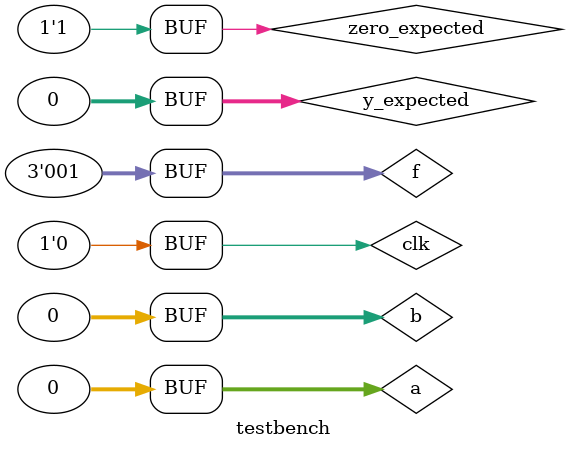
<source format=sv>
module testbench();

  logic clk;
  logic [31:0] a, b, y, y_expected;
  logic [2:0]  f;
  logic        zero, zero_expected;

  logic [31:0] vectornum, errors;
  logic [103:0] testvectors[10000:0];

  // instantiate device under test
  alu dut(a, b, f, y, zero);

  // generate clock
  always begin
    clk = 1; #50; clk = 0; #50;
  end

  // at start of test, load vectors
  initial begin
  // 1
   	#100
	f = 'h2;
	a = 'h00000000;
	b = 'h00000000;
	y_expected = 'h00000000;
	zero_expected = 'h1;
	
	// 2
	#100
	f = 'h2;
	a = 'h00000000;
	b = 'hFFFFFFFF;
	y_expected = 'hFFFFFFFF;
	zero_expected = 'h0;
	
  //3
	#100
	f = 'h2;
	a = 'h00000001;
	b = 'hFFFFFFFF;
	y_expected = 'h00000000;
	zero_expected = 'h1;
	
	//4
	#100
	f = 'h2;
	a = 'h000000FF;
	b = 'h00000001;
	y_expected = 'h00000100;
	zero_expected = 'h0;
	
	//5
	#100
	f = 'h6;
	a = 'h00000000;
	b = 'h00000000;
	y_expected = 'h00000000;
	zero_expected = 'h1;
	
	//6
	#100
	f = 'h6;
	a = 'h00000000;
	b = 'hFFFFFFFF;
	y_expected = 'h00000001;
	zero_expected = 'h0;
	
	//7
	#100
	f = 'h6;
	a = 'h00000001;
	b = 'h00000001;
	y_expected = 'h00000000;
	zero_expected = 'h1;	
	
	//8
	#100
	f = 'h6;
	a = 'h00000100;
	b = 'h00000001;
	y_expected = 'h000000FF;
	zero_expected = 'h0;	
	
	//9
  #100
	f = 'h7;
	a = 'h00000000;
	b = 'h00000000;
	y_expected = 'h00000000;
	zero_expected = 'h1;	
	
	//10
  #100
	f = 'h7;
	a = 'h00000000;
	b = 'h00000001;
	y_expected = 'h00000000;
	zero_expected = 'h1;	
	
	//11
  #100
	f = 'h7;
	a = 'h00000000;
	b = 'hFFFFFFFF;
	y_expected = 'h00000000;
	zero_expected = 'h1;	
	
	//12
  #100
	f = 'h7;
	a = 'h00000001;
	b = 'h00000000;
	y_expected = 'h00000001;
	zero_expected = 'h0;	
  
  //13
	#100
	f = 'h7;
	a = 'hFFFFFFFF;
	b = 'h00000000;
	y_expected = 'hFFFFFFFF;
	zero_expected = 'h0;	
	
	//14
	
	#100
	f = 'h0;
	a = 'hFFFFFFFF;
	b = 'hFFFFFFFF;
	y_expected = 'hFFFFFFFF;
	zero_expected = 'h0;
	
	//15
	#100
	f = 'h0;
	a = 'hFFFFFFFF;
	b = 'h12345678;
	y_expected = 'h12345678;
	zero_expected = 'h0;
	
	//16
	#100
	f = 'h0;
	a = 'h12345678;
	b = 'h87654321;
	y_expected = 'h02244220;
	zero_expected = 'h0;
	
	//17
	
	#100
	f = 'h0;
	a = 'h00000000;
	b = 'hFFFFFFFF;
	y_expected = 'h00000000;
	zero_expected = 'h1;
	
	//18
	
	#100
	f = 'h1;
	a = 'hFFFFFFFF;
	b = 'hFFFFFFFF;
	y_expected = 'hFFFFFFFF;
	zero_expected = 'h0;
	
	//19
	
	#100
	f = 'h1;
	a = 'h12345678;
	b = 'h87654321;
	y_expected = 'h97755779;
	zero_expected = 'h0;
	
	
	//20
		
	#100
	f = 'h1;
	a = 'h00000000;
	b = 'hFFFFFFFF;
	y_expected = 'hFFFFFFFF;
	zero_expected = 'h0;
	
	//21
	
	#100
	f = 'h1;
	a = 'h00000000;
	b = 'h00000000;
	y_expected = 'h00000000;
	zero_expected = 'h1;
	
	
  end

endmodule

</source>
